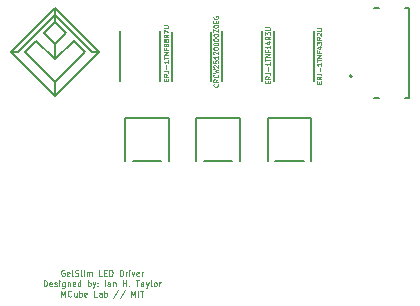
<source format=gbr>
G04 #@! TF.GenerationSoftware,KiCad,Pcbnew,(5.1.5)-3*
G04 #@! TF.CreationDate,2021-03-15T13:52:55-04:00*
G04 #@! TF.ProjectId,GelSight-Micro HDMI V2.3-INTERIM,47656c53-6967-4687-942d-4d6963726f20,rev?*
G04 #@! TF.SameCoordinates,Original*
G04 #@! TF.FileFunction,Legend,Top*
G04 #@! TF.FilePolarity,Positive*
%FSLAX46Y46*%
G04 Gerber Fmt 4.6, Leading zero omitted, Abs format (unit mm)*
G04 Created by KiCad (PCBNEW (5.1.5)-3) date 2021-03-15 13:52:55*
%MOMM*%
%LPD*%
G04 APERTURE LIST*
%ADD10C,0.125000*%
%ADD11C,0.140625*%
%ADD12C,0.127000*%
%ADD13C,0.200000*%
%ADD14C,0.015000*%
%ADD15C,0.050000*%
G04 APERTURE END LIST*
D10*
X137702528Y-103180100D02*
X137654909Y-103156290D01*
X137583480Y-103156290D01*
X137512052Y-103180100D01*
X137464433Y-103227719D01*
X137440623Y-103275338D01*
X137416814Y-103370576D01*
X137416814Y-103442004D01*
X137440623Y-103537242D01*
X137464433Y-103584861D01*
X137512052Y-103632480D01*
X137583480Y-103656290D01*
X137631100Y-103656290D01*
X137702528Y-103632480D01*
X137726338Y-103608671D01*
X137726338Y-103442004D01*
X137631100Y-103442004D01*
X138131100Y-103632480D02*
X138083480Y-103656290D01*
X137988242Y-103656290D01*
X137940623Y-103632480D01*
X137916814Y-103584861D01*
X137916814Y-103394385D01*
X137940623Y-103346766D01*
X137988242Y-103322957D01*
X138083480Y-103322957D01*
X138131100Y-103346766D01*
X138154909Y-103394385D01*
X138154909Y-103442004D01*
X137916814Y-103489623D01*
X138440623Y-103656290D02*
X138393004Y-103632480D01*
X138369195Y-103584861D01*
X138369195Y-103156290D01*
X138607290Y-103632480D02*
X138678719Y-103656290D01*
X138797766Y-103656290D01*
X138845385Y-103632480D01*
X138869195Y-103608671D01*
X138893004Y-103561052D01*
X138893004Y-103513433D01*
X138869195Y-103465814D01*
X138845385Y-103442004D01*
X138797766Y-103418195D01*
X138702528Y-103394385D01*
X138654909Y-103370576D01*
X138631100Y-103346766D01*
X138607290Y-103299147D01*
X138607290Y-103251528D01*
X138631100Y-103203909D01*
X138654909Y-103180100D01*
X138702528Y-103156290D01*
X138821576Y-103156290D01*
X138893004Y-103180100D01*
X139178719Y-103656290D02*
X139131100Y-103632480D01*
X139107290Y-103584861D01*
X139107290Y-103156290D01*
X139369195Y-103656290D02*
X139369195Y-103322957D01*
X139369195Y-103156290D02*
X139345385Y-103180100D01*
X139369195Y-103203909D01*
X139393004Y-103180100D01*
X139369195Y-103156290D01*
X139369195Y-103203909D01*
X139607290Y-103656290D02*
X139607290Y-103322957D01*
X139607290Y-103370576D02*
X139631100Y-103346766D01*
X139678719Y-103322957D01*
X139750147Y-103322957D01*
X139797766Y-103346766D01*
X139821576Y-103394385D01*
X139821576Y-103656290D01*
X139821576Y-103394385D02*
X139845385Y-103346766D01*
X139893004Y-103322957D01*
X139964433Y-103322957D01*
X140012052Y-103346766D01*
X140035861Y-103394385D01*
X140035861Y-103656290D01*
X140893004Y-103656290D02*
X140654909Y-103656290D01*
X140654909Y-103156290D01*
X141059671Y-103394385D02*
X141226338Y-103394385D01*
X141297766Y-103656290D02*
X141059671Y-103656290D01*
X141059671Y-103156290D01*
X141297766Y-103156290D01*
X141512052Y-103656290D02*
X141512052Y-103156290D01*
X141631100Y-103156290D01*
X141702528Y-103180100D01*
X141750147Y-103227719D01*
X141773957Y-103275338D01*
X141797766Y-103370576D01*
X141797766Y-103442004D01*
X141773957Y-103537242D01*
X141750147Y-103584861D01*
X141702528Y-103632480D01*
X141631100Y-103656290D01*
X141512052Y-103656290D01*
X142393004Y-103656290D02*
X142393004Y-103156290D01*
X142512052Y-103156290D01*
X142583480Y-103180100D01*
X142631100Y-103227719D01*
X142654909Y-103275338D01*
X142678719Y-103370576D01*
X142678719Y-103442004D01*
X142654909Y-103537242D01*
X142631100Y-103584861D01*
X142583480Y-103632480D01*
X142512052Y-103656290D01*
X142393004Y-103656290D01*
X142893004Y-103656290D02*
X142893004Y-103322957D01*
X142893004Y-103418195D02*
X142916814Y-103370576D01*
X142940623Y-103346766D01*
X142988242Y-103322957D01*
X143035861Y-103322957D01*
X143202528Y-103656290D02*
X143202528Y-103322957D01*
X143202528Y-103156290D02*
X143178719Y-103180100D01*
X143202528Y-103203909D01*
X143226338Y-103180100D01*
X143202528Y-103156290D01*
X143202528Y-103203909D01*
X143393004Y-103322957D02*
X143512052Y-103656290D01*
X143631100Y-103322957D01*
X144012052Y-103632480D02*
X143964433Y-103656290D01*
X143869195Y-103656290D01*
X143821576Y-103632480D01*
X143797766Y-103584861D01*
X143797766Y-103394385D01*
X143821576Y-103346766D01*
X143869195Y-103322957D01*
X143964433Y-103322957D01*
X144012052Y-103346766D01*
X144035861Y-103394385D01*
X144035861Y-103442004D01*
X143797766Y-103489623D01*
X144250147Y-103656290D02*
X144250147Y-103322957D01*
X144250147Y-103418195D02*
X144273957Y-103370576D01*
X144297766Y-103346766D01*
X144345385Y-103322957D01*
X144393004Y-103322957D01*
X135952528Y-104531290D02*
X135952528Y-104031290D01*
X136071576Y-104031290D01*
X136143004Y-104055100D01*
X136190623Y-104102719D01*
X136214433Y-104150338D01*
X136238242Y-104245576D01*
X136238242Y-104317004D01*
X136214433Y-104412242D01*
X136190623Y-104459861D01*
X136143004Y-104507480D01*
X136071576Y-104531290D01*
X135952528Y-104531290D01*
X136643004Y-104507480D02*
X136595385Y-104531290D01*
X136500147Y-104531290D01*
X136452528Y-104507480D01*
X136428719Y-104459861D01*
X136428719Y-104269385D01*
X136452528Y-104221766D01*
X136500147Y-104197957D01*
X136595385Y-104197957D01*
X136643004Y-104221766D01*
X136666814Y-104269385D01*
X136666814Y-104317004D01*
X136428719Y-104364623D01*
X136857290Y-104507480D02*
X136904909Y-104531290D01*
X137000147Y-104531290D01*
X137047766Y-104507480D01*
X137071576Y-104459861D01*
X137071576Y-104436052D01*
X137047766Y-104388433D01*
X137000147Y-104364623D01*
X136928719Y-104364623D01*
X136881100Y-104340814D01*
X136857290Y-104293195D01*
X136857290Y-104269385D01*
X136881100Y-104221766D01*
X136928719Y-104197957D01*
X137000147Y-104197957D01*
X137047766Y-104221766D01*
X137285861Y-104531290D02*
X137285861Y-104197957D01*
X137285861Y-104031290D02*
X137262052Y-104055100D01*
X137285861Y-104078909D01*
X137309671Y-104055100D01*
X137285861Y-104031290D01*
X137285861Y-104078909D01*
X137738242Y-104197957D02*
X137738242Y-104602719D01*
X137714433Y-104650338D01*
X137690623Y-104674147D01*
X137643004Y-104697957D01*
X137571576Y-104697957D01*
X137523957Y-104674147D01*
X137738242Y-104507480D02*
X137690623Y-104531290D01*
X137595385Y-104531290D01*
X137547766Y-104507480D01*
X137523957Y-104483671D01*
X137500147Y-104436052D01*
X137500147Y-104293195D01*
X137523957Y-104245576D01*
X137547766Y-104221766D01*
X137595385Y-104197957D01*
X137690623Y-104197957D01*
X137738242Y-104221766D01*
X137976338Y-104197957D02*
X137976338Y-104531290D01*
X137976338Y-104245576D02*
X138000147Y-104221766D01*
X138047766Y-104197957D01*
X138119195Y-104197957D01*
X138166814Y-104221766D01*
X138190623Y-104269385D01*
X138190623Y-104531290D01*
X138619195Y-104507480D02*
X138571576Y-104531290D01*
X138476338Y-104531290D01*
X138428719Y-104507480D01*
X138404909Y-104459861D01*
X138404909Y-104269385D01*
X138428719Y-104221766D01*
X138476338Y-104197957D01*
X138571576Y-104197957D01*
X138619195Y-104221766D01*
X138643004Y-104269385D01*
X138643004Y-104317004D01*
X138404909Y-104364623D01*
X139071576Y-104531290D02*
X139071576Y-104031290D01*
X139071576Y-104507480D02*
X139023957Y-104531290D01*
X138928719Y-104531290D01*
X138881100Y-104507480D01*
X138857290Y-104483671D01*
X138833480Y-104436052D01*
X138833480Y-104293195D01*
X138857290Y-104245576D01*
X138881100Y-104221766D01*
X138928719Y-104197957D01*
X139023957Y-104197957D01*
X139071576Y-104221766D01*
X139690623Y-104531290D02*
X139690623Y-104031290D01*
X139690623Y-104221766D02*
X139738242Y-104197957D01*
X139833480Y-104197957D01*
X139881100Y-104221766D01*
X139904909Y-104245576D01*
X139928719Y-104293195D01*
X139928719Y-104436052D01*
X139904909Y-104483671D01*
X139881100Y-104507480D01*
X139833480Y-104531290D01*
X139738242Y-104531290D01*
X139690623Y-104507480D01*
X140095385Y-104197957D02*
X140214433Y-104531290D01*
X140333480Y-104197957D02*
X140214433Y-104531290D01*
X140166814Y-104650338D01*
X140143004Y-104674147D01*
X140095385Y-104697957D01*
X140523957Y-104483671D02*
X140547766Y-104507480D01*
X140523957Y-104531290D01*
X140500147Y-104507480D01*
X140523957Y-104483671D01*
X140523957Y-104531290D01*
X140523957Y-104221766D02*
X140547766Y-104245576D01*
X140523957Y-104269385D01*
X140500147Y-104245576D01*
X140523957Y-104221766D01*
X140523957Y-104269385D01*
X141143004Y-104531290D02*
X141143004Y-104031290D01*
X141595385Y-104531290D02*
X141595385Y-104269385D01*
X141571576Y-104221766D01*
X141523957Y-104197957D01*
X141428719Y-104197957D01*
X141381100Y-104221766D01*
X141595385Y-104507480D02*
X141547766Y-104531290D01*
X141428719Y-104531290D01*
X141381100Y-104507480D01*
X141357290Y-104459861D01*
X141357290Y-104412242D01*
X141381100Y-104364623D01*
X141428719Y-104340814D01*
X141547766Y-104340814D01*
X141595385Y-104317004D01*
X141833480Y-104197957D02*
X141833480Y-104531290D01*
X141833480Y-104245576D02*
X141857290Y-104221766D01*
X141904909Y-104197957D01*
X141976338Y-104197957D01*
X142023957Y-104221766D01*
X142047766Y-104269385D01*
X142047766Y-104531290D01*
X142666814Y-104531290D02*
X142666814Y-104031290D01*
X142666814Y-104269385D02*
X142952528Y-104269385D01*
X142952528Y-104531290D02*
X142952528Y-104031290D01*
X143190623Y-104483671D02*
X143214433Y-104507480D01*
X143190623Y-104531290D01*
X143166814Y-104507480D01*
X143190623Y-104483671D01*
X143190623Y-104531290D01*
X143738242Y-104031290D02*
X144023957Y-104031290D01*
X143881100Y-104531290D02*
X143881100Y-104031290D01*
X144404909Y-104531290D02*
X144404909Y-104269385D01*
X144381100Y-104221766D01*
X144333480Y-104197957D01*
X144238242Y-104197957D01*
X144190623Y-104221766D01*
X144404909Y-104507480D02*
X144357290Y-104531290D01*
X144238242Y-104531290D01*
X144190623Y-104507480D01*
X144166814Y-104459861D01*
X144166814Y-104412242D01*
X144190623Y-104364623D01*
X144238242Y-104340814D01*
X144357290Y-104340814D01*
X144404909Y-104317004D01*
X144595385Y-104197957D02*
X144714433Y-104531290D01*
X144833480Y-104197957D02*
X144714433Y-104531290D01*
X144666814Y-104650338D01*
X144643004Y-104674147D01*
X144595385Y-104697957D01*
X145095385Y-104531290D02*
X145047766Y-104507480D01*
X145023957Y-104459861D01*
X145023957Y-104031290D01*
X145357290Y-104531290D02*
X145309671Y-104507480D01*
X145285861Y-104483671D01*
X145262052Y-104436052D01*
X145262052Y-104293195D01*
X145285861Y-104245576D01*
X145309671Y-104221766D01*
X145357290Y-104197957D01*
X145428719Y-104197957D01*
X145476338Y-104221766D01*
X145500147Y-104245576D01*
X145523957Y-104293195D01*
X145523957Y-104436052D01*
X145500147Y-104483671D01*
X145476338Y-104507480D01*
X145428719Y-104531290D01*
X145357290Y-104531290D01*
X145738242Y-104531290D02*
X145738242Y-104197957D01*
X145738242Y-104293195D02*
X145762052Y-104245576D01*
X145785861Y-104221766D01*
X145833480Y-104197957D01*
X145881100Y-104197957D01*
X137452528Y-105406290D02*
X137452528Y-104906290D01*
X137619195Y-105263433D01*
X137785861Y-104906290D01*
X137785861Y-105406290D01*
X138309671Y-105358671D02*
X138285861Y-105382480D01*
X138214433Y-105406290D01*
X138166814Y-105406290D01*
X138095385Y-105382480D01*
X138047766Y-105334861D01*
X138023957Y-105287242D01*
X138000147Y-105192004D01*
X138000147Y-105120576D01*
X138023957Y-105025338D01*
X138047766Y-104977719D01*
X138095385Y-104930100D01*
X138166814Y-104906290D01*
X138214433Y-104906290D01*
X138285861Y-104930100D01*
X138309671Y-104953909D01*
X138738242Y-105072957D02*
X138738242Y-105406290D01*
X138523957Y-105072957D02*
X138523957Y-105334861D01*
X138547766Y-105382480D01*
X138595385Y-105406290D01*
X138666814Y-105406290D01*
X138714433Y-105382480D01*
X138738242Y-105358671D01*
X138976338Y-105406290D02*
X138976338Y-104906290D01*
X138976338Y-105096766D02*
X139023957Y-105072957D01*
X139119195Y-105072957D01*
X139166814Y-105096766D01*
X139190623Y-105120576D01*
X139214433Y-105168195D01*
X139214433Y-105311052D01*
X139190623Y-105358671D01*
X139166814Y-105382480D01*
X139119195Y-105406290D01*
X139023957Y-105406290D01*
X138976338Y-105382480D01*
X139619195Y-105382480D02*
X139571576Y-105406290D01*
X139476338Y-105406290D01*
X139428719Y-105382480D01*
X139404909Y-105334861D01*
X139404909Y-105144385D01*
X139428719Y-105096766D01*
X139476338Y-105072957D01*
X139571576Y-105072957D01*
X139619195Y-105096766D01*
X139643004Y-105144385D01*
X139643004Y-105192004D01*
X139404909Y-105239623D01*
X140476338Y-105406290D02*
X140238242Y-105406290D01*
X140238242Y-104906290D01*
X140857290Y-105406290D02*
X140857290Y-105144385D01*
X140833480Y-105096766D01*
X140785861Y-105072957D01*
X140690623Y-105072957D01*
X140643004Y-105096766D01*
X140857290Y-105382480D02*
X140809671Y-105406290D01*
X140690623Y-105406290D01*
X140643004Y-105382480D01*
X140619195Y-105334861D01*
X140619195Y-105287242D01*
X140643004Y-105239623D01*
X140690623Y-105215814D01*
X140809671Y-105215814D01*
X140857290Y-105192004D01*
X141095385Y-105406290D02*
X141095385Y-104906290D01*
X141095385Y-105096766D02*
X141143004Y-105072957D01*
X141238242Y-105072957D01*
X141285861Y-105096766D01*
X141309671Y-105120576D01*
X141333480Y-105168195D01*
X141333480Y-105311052D01*
X141309671Y-105358671D01*
X141285861Y-105382480D01*
X141238242Y-105406290D01*
X141143004Y-105406290D01*
X141095385Y-105382480D01*
X142285861Y-104882480D02*
X141857290Y-105525338D01*
X142809671Y-104882480D02*
X142381100Y-105525338D01*
X143357290Y-105406290D02*
X143357290Y-104906290D01*
X143523957Y-105263433D01*
X143690623Y-104906290D01*
X143690623Y-105406290D01*
X143928719Y-105406290D02*
X143928719Y-104906290D01*
X144095385Y-104906290D02*
X144381100Y-104906290D01*
X144238242Y-105406290D02*
X144238242Y-104906290D01*
D11*
X138517525Y-83738140D02*
X139473780Y-84692112D01*
X136923779Y-88436024D02*
X140673780Y-84692112D01*
X136923779Y-81548200D02*
X133773780Y-84692112D01*
X136923780Y-82148200D02*
X135986068Y-83083673D01*
X136923780Y-87242112D02*
X136923780Y-88436024D01*
X136923780Y-80948200D02*
X136923780Y-82148200D01*
X136923779Y-81548200D02*
X140073779Y-84692112D01*
X136923779Y-80948200D02*
X133173780Y-84692112D01*
X140673780Y-84692112D02*
X140073779Y-84692112D01*
X136923780Y-87242112D02*
X139473780Y-84692112D01*
X135330034Y-83738140D02*
X134373779Y-84692112D01*
X136923779Y-85335700D02*
X138517525Y-83738140D01*
X136923780Y-85335700D02*
X135330034Y-83738140D01*
X134373780Y-84692112D02*
X136923780Y-87242112D01*
X136923780Y-84023200D02*
X136923780Y-85335700D01*
X136923780Y-82148200D02*
X137861277Y-83083459D01*
X136923779Y-88436024D02*
X133173780Y-84692112D01*
X133773780Y-84692112D02*
X133173780Y-84692112D01*
X136923780Y-84023200D02*
X135986068Y-83083673D01*
X136923779Y-80948200D02*
X140673780Y-84692112D01*
X136923780Y-84023200D02*
X137861277Y-83083459D01*
D12*
X143516500Y-93905600D02*
X145916500Y-93905600D01*
X146566500Y-90305600D02*
X146566500Y-93905600D01*
X142866500Y-90305600D02*
X146566500Y-90305600D01*
X142866500Y-93905600D02*
X142866500Y-90305600D01*
X149536300Y-93905600D02*
X151936300Y-93905600D01*
X152586300Y-90305600D02*
X152586300Y-93905600D01*
X148886300Y-90305600D02*
X152586300Y-90305600D01*
X148886300Y-93905600D02*
X148886300Y-90305600D01*
X155556100Y-93905600D02*
X157956100Y-93905600D01*
X158606100Y-90305600D02*
X158606100Y-93905600D01*
X154906100Y-90305600D02*
X158606100Y-90305600D01*
X154906100Y-93905600D02*
X154906100Y-90305600D01*
D13*
X162055600Y-86753600D02*
G75*
G03X162055600Y-86753600I-100000J0D01*
G01*
D12*
X166905600Y-88553600D02*
X166905600Y-80953600D01*
X163955600Y-88553600D02*
X164355600Y-88553600D01*
X164355600Y-80953600D02*
X163955600Y-80953600D01*
X166555600Y-88553600D02*
X166855600Y-88553600D01*
X166555600Y-80953600D02*
X166855600Y-80953600D01*
X158824400Y-82917800D02*
X158824400Y-87117800D01*
X155424400Y-82917800D02*
X155424400Y-87117800D01*
X142426375Y-87117800D02*
X142426375Y-82917800D01*
X145826375Y-87117800D02*
X145826375Y-82917800D01*
X146793050Y-87117800D02*
X146793050Y-83017800D01*
X150093050Y-87117800D02*
X150093050Y-83017800D01*
X151059725Y-87117800D02*
X151059725Y-82917800D01*
X154459725Y-87117800D02*
X154459725Y-82917800D01*
D14*
D15*
X159262898Y-87384412D02*
X159262898Y-87253178D01*
X159469122Y-87196935D02*
X159469122Y-87384412D01*
X159075421Y-87384412D01*
X159075421Y-87196935D01*
X159469122Y-86803234D02*
X159281646Y-86934468D01*
X159469122Y-87028206D02*
X159075421Y-87028206D01*
X159075421Y-86878225D01*
X159094169Y-86840729D01*
X159112917Y-86821982D01*
X159150412Y-86803234D01*
X159206655Y-86803234D01*
X159244150Y-86821982D01*
X159262898Y-86840729D01*
X159281646Y-86878225D01*
X159281646Y-87028206D01*
X159075421Y-86522019D02*
X159356636Y-86522019D01*
X159412879Y-86540767D01*
X159450375Y-86578262D01*
X159469122Y-86634505D01*
X159469122Y-86672000D01*
X159319141Y-86334542D02*
X159319141Y-86034580D01*
X159469122Y-85640879D02*
X159469122Y-85865851D01*
X159469122Y-85753365D02*
X159075421Y-85753365D01*
X159131664Y-85790860D01*
X159169160Y-85828355D01*
X159187907Y-85865851D01*
X159075421Y-85528393D02*
X159075421Y-85303421D01*
X159469122Y-85415907D02*
X159075421Y-85415907D01*
X159469122Y-85172187D02*
X159075421Y-85172187D01*
X159469122Y-84947215D01*
X159075421Y-84947215D01*
X159262898Y-84628505D02*
X159262898Y-84759738D01*
X159469122Y-84759738D02*
X159075421Y-84759738D01*
X159075421Y-84572262D01*
X159206655Y-84253551D02*
X159469122Y-84253551D01*
X159056674Y-84347290D02*
X159337889Y-84441028D01*
X159337889Y-84197308D01*
X159075421Y-84084822D02*
X159075421Y-83841103D01*
X159225403Y-83972336D01*
X159225403Y-83916093D01*
X159244150Y-83878598D01*
X159262898Y-83859850D01*
X159300393Y-83841103D01*
X159394132Y-83841103D01*
X159431627Y-83859850D01*
X159450375Y-83878598D01*
X159469122Y-83916093D01*
X159469122Y-84028579D01*
X159450375Y-84066075D01*
X159431627Y-84084822D01*
X159469122Y-83447402D02*
X159281646Y-83578635D01*
X159469122Y-83672374D02*
X159075421Y-83672374D01*
X159075421Y-83522392D01*
X159094169Y-83484897D01*
X159112917Y-83466149D01*
X159150412Y-83447402D01*
X159206655Y-83447402D01*
X159244150Y-83466149D01*
X159262898Y-83484897D01*
X159281646Y-83522392D01*
X159281646Y-83672374D01*
X159112917Y-83297420D02*
X159094169Y-83278673D01*
X159075421Y-83241177D01*
X159075421Y-83147439D01*
X159094169Y-83109944D01*
X159112917Y-83091196D01*
X159150412Y-83072448D01*
X159187907Y-83072448D01*
X159244150Y-83091196D01*
X159469122Y-83316168D01*
X159469122Y-83072448D01*
X159075421Y-82903719D02*
X159394132Y-82903719D01*
X159431627Y-82884972D01*
X159450375Y-82866224D01*
X159469122Y-82828729D01*
X159469122Y-82753738D01*
X159450375Y-82716243D01*
X159431627Y-82697495D01*
X159394132Y-82678747D01*
X159075421Y-82678747D01*
X146288578Y-87158473D02*
X146288578Y-87027239D01*
X146494802Y-86970996D02*
X146494802Y-87158473D01*
X146101101Y-87158473D01*
X146101101Y-86970996D01*
X146494802Y-86577295D02*
X146307326Y-86708529D01*
X146494802Y-86802267D02*
X146101101Y-86802267D01*
X146101101Y-86652286D01*
X146119849Y-86614791D01*
X146138597Y-86596043D01*
X146176092Y-86577295D01*
X146232335Y-86577295D01*
X146269830Y-86596043D01*
X146288578Y-86614791D01*
X146307326Y-86652286D01*
X146307326Y-86802267D01*
X146101101Y-86296080D02*
X146382316Y-86296080D01*
X146438559Y-86314828D01*
X146476055Y-86352323D01*
X146494802Y-86408566D01*
X146494802Y-86446062D01*
X146344821Y-86108604D02*
X146344821Y-85808641D01*
X146494802Y-85414940D02*
X146494802Y-85639912D01*
X146494802Y-85527426D02*
X146101101Y-85527426D01*
X146157344Y-85564921D01*
X146194840Y-85602417D01*
X146213587Y-85639912D01*
X146101101Y-85302454D02*
X146101101Y-85077482D01*
X146494802Y-85189968D02*
X146101101Y-85189968D01*
X146494802Y-84946248D02*
X146101101Y-84946248D01*
X146494802Y-84721276D01*
X146101101Y-84721276D01*
X146288578Y-84402566D02*
X146288578Y-84533800D01*
X146494802Y-84533800D02*
X146101101Y-84533800D01*
X146101101Y-84346323D01*
X146269830Y-84140099D02*
X146251083Y-84177594D01*
X146232335Y-84196342D01*
X146194840Y-84215089D01*
X146176092Y-84215089D01*
X146138597Y-84196342D01*
X146119849Y-84177594D01*
X146101101Y-84140099D01*
X146101101Y-84065108D01*
X146119849Y-84027613D01*
X146138597Y-84008865D01*
X146176092Y-83990117D01*
X146194840Y-83990117D01*
X146232335Y-84008865D01*
X146251083Y-84027613D01*
X146269830Y-84065108D01*
X146269830Y-84140099D01*
X146288578Y-84177594D01*
X146307326Y-84196342D01*
X146344821Y-84215089D01*
X146419812Y-84215089D01*
X146457307Y-84196342D01*
X146476055Y-84177594D01*
X146494802Y-84140099D01*
X146494802Y-84065108D01*
X146476055Y-84027613D01*
X146457307Y-84008865D01*
X146419812Y-83990117D01*
X146344821Y-83990117D01*
X146307326Y-84008865D01*
X146288578Y-84027613D01*
X146269830Y-84065108D01*
X146269830Y-83765145D02*
X146251083Y-83802641D01*
X146232335Y-83821388D01*
X146194840Y-83840136D01*
X146176092Y-83840136D01*
X146138597Y-83821388D01*
X146119849Y-83802641D01*
X146101101Y-83765145D01*
X146101101Y-83690155D01*
X146119849Y-83652659D01*
X146138597Y-83633912D01*
X146176092Y-83615164D01*
X146194840Y-83615164D01*
X146232335Y-83633912D01*
X146251083Y-83652659D01*
X146269830Y-83690155D01*
X146269830Y-83765145D01*
X146288578Y-83802641D01*
X146307326Y-83821388D01*
X146344821Y-83840136D01*
X146419812Y-83840136D01*
X146457307Y-83821388D01*
X146476055Y-83802641D01*
X146494802Y-83765145D01*
X146494802Y-83690155D01*
X146476055Y-83652659D01*
X146457307Y-83633912D01*
X146419812Y-83615164D01*
X146344821Y-83615164D01*
X146307326Y-83633912D01*
X146288578Y-83652659D01*
X146269830Y-83690155D01*
X146494802Y-83221463D02*
X146307326Y-83352697D01*
X146494802Y-83446435D02*
X146101101Y-83446435D01*
X146101101Y-83296454D01*
X146119849Y-83258958D01*
X146138597Y-83240211D01*
X146176092Y-83221463D01*
X146232335Y-83221463D01*
X146269830Y-83240211D01*
X146288578Y-83258958D01*
X146307326Y-83296454D01*
X146307326Y-83446435D01*
X146101101Y-83090229D02*
X146101101Y-82827762D01*
X146494802Y-82996491D01*
X146101101Y-82677781D02*
X146419812Y-82677781D01*
X146457307Y-82659033D01*
X146476055Y-82640285D01*
X146494802Y-82602790D01*
X146494802Y-82527799D01*
X146476055Y-82490304D01*
X146457307Y-82471556D01*
X146419812Y-82452809D01*
X146101101Y-82452809D01*
X150681327Y-87402193D02*
X150700075Y-87420940D01*
X150718822Y-87477183D01*
X150718822Y-87514679D01*
X150700075Y-87570922D01*
X150662579Y-87608417D01*
X150625084Y-87627165D01*
X150550093Y-87645912D01*
X150493850Y-87645912D01*
X150418860Y-87627165D01*
X150381364Y-87608417D01*
X150343869Y-87570922D01*
X150325121Y-87514679D01*
X150325121Y-87477183D01*
X150343869Y-87420940D01*
X150362617Y-87402193D01*
X150718822Y-87008492D02*
X150531346Y-87139725D01*
X150718822Y-87233464D02*
X150325121Y-87233464D01*
X150325121Y-87083482D01*
X150343869Y-87045987D01*
X150362617Y-87027239D01*
X150400112Y-87008492D01*
X150456355Y-87008492D01*
X150493850Y-87027239D01*
X150512598Y-87045987D01*
X150531346Y-87083482D01*
X150531346Y-87233464D01*
X150681327Y-86614791D02*
X150700075Y-86633538D01*
X150718822Y-86689781D01*
X150718822Y-86727277D01*
X150700075Y-86783520D01*
X150662579Y-86821015D01*
X150625084Y-86839763D01*
X150550093Y-86858510D01*
X150493850Y-86858510D01*
X150418860Y-86839763D01*
X150381364Y-86821015D01*
X150343869Y-86783520D01*
X150325121Y-86727277D01*
X150325121Y-86689781D01*
X150343869Y-86633538D01*
X150362617Y-86614791D01*
X150325121Y-86483557D02*
X150718822Y-86389819D01*
X150437607Y-86314828D01*
X150718822Y-86239837D01*
X150325121Y-86146099D01*
X150362617Y-86014865D02*
X150343869Y-85996118D01*
X150325121Y-85958622D01*
X150325121Y-85864884D01*
X150343869Y-85827389D01*
X150362617Y-85808641D01*
X150400112Y-85789893D01*
X150437607Y-85789893D01*
X150493850Y-85808641D01*
X150718822Y-86033613D01*
X150718822Y-85789893D01*
X150325121Y-85433688D02*
X150325121Y-85621164D01*
X150512598Y-85639912D01*
X150493850Y-85621164D01*
X150475103Y-85583669D01*
X150475103Y-85489931D01*
X150493850Y-85452435D01*
X150512598Y-85433688D01*
X150550093Y-85414940D01*
X150643832Y-85414940D01*
X150681327Y-85433688D01*
X150700075Y-85452435D01*
X150718822Y-85489931D01*
X150718822Y-85583669D01*
X150700075Y-85621164D01*
X150681327Y-85639912D01*
X150718822Y-85039987D02*
X150718822Y-85264959D01*
X150718822Y-85152473D02*
X150325121Y-85152473D01*
X150381364Y-85189968D01*
X150418860Y-85227463D01*
X150437607Y-85264959D01*
X150362617Y-84890005D02*
X150343869Y-84871258D01*
X150325121Y-84833762D01*
X150325121Y-84740024D01*
X150343869Y-84702529D01*
X150362617Y-84683781D01*
X150400112Y-84665033D01*
X150437607Y-84665033D01*
X150493850Y-84683781D01*
X150718822Y-84908753D01*
X150718822Y-84665033D01*
X150325121Y-84421314D02*
X150325121Y-84383818D01*
X150343869Y-84346323D01*
X150362617Y-84327575D01*
X150400112Y-84308828D01*
X150475103Y-84290080D01*
X150568841Y-84290080D01*
X150643832Y-84308828D01*
X150681327Y-84327575D01*
X150700075Y-84346323D01*
X150718822Y-84383818D01*
X150718822Y-84421314D01*
X150700075Y-84458809D01*
X150681327Y-84477557D01*
X150643832Y-84496304D01*
X150568841Y-84515052D01*
X150475103Y-84515052D01*
X150400112Y-84496304D01*
X150362617Y-84477557D01*
X150343869Y-84458809D01*
X150325121Y-84421314D01*
X150325121Y-84046360D02*
X150325121Y-84008865D01*
X150343869Y-83971370D01*
X150362617Y-83952622D01*
X150400112Y-83933874D01*
X150475103Y-83915127D01*
X150568841Y-83915127D01*
X150643832Y-83933874D01*
X150681327Y-83952622D01*
X150700075Y-83971370D01*
X150718822Y-84008865D01*
X150718822Y-84046360D01*
X150700075Y-84083856D01*
X150681327Y-84102603D01*
X150643832Y-84121351D01*
X150568841Y-84140099D01*
X150475103Y-84140099D01*
X150400112Y-84121351D01*
X150362617Y-84102603D01*
X150343869Y-84083856D01*
X150325121Y-84046360D01*
X150325121Y-83671407D02*
X150325121Y-83633912D01*
X150343869Y-83596416D01*
X150362617Y-83577669D01*
X150400112Y-83558921D01*
X150475103Y-83540173D01*
X150568841Y-83540173D01*
X150643832Y-83558921D01*
X150681327Y-83577669D01*
X150700075Y-83596416D01*
X150718822Y-83633912D01*
X150718822Y-83671407D01*
X150700075Y-83708902D01*
X150681327Y-83727650D01*
X150643832Y-83746398D01*
X150568841Y-83765145D01*
X150475103Y-83765145D01*
X150400112Y-83746398D01*
X150362617Y-83727650D01*
X150343869Y-83708902D01*
X150325121Y-83671407D01*
X150325121Y-83296454D02*
X150325121Y-83258958D01*
X150343869Y-83221463D01*
X150362617Y-83202715D01*
X150400112Y-83183968D01*
X150475103Y-83165220D01*
X150568841Y-83165220D01*
X150643832Y-83183968D01*
X150681327Y-83202715D01*
X150700075Y-83221463D01*
X150718822Y-83258958D01*
X150718822Y-83296454D01*
X150700075Y-83333949D01*
X150681327Y-83352697D01*
X150643832Y-83371444D01*
X150568841Y-83390192D01*
X150475103Y-83390192D01*
X150400112Y-83371444D01*
X150362617Y-83352697D01*
X150343869Y-83333949D01*
X150325121Y-83296454D01*
X150325121Y-83033986D02*
X150325121Y-82771519D01*
X150718822Y-83033986D01*
X150718822Y-82771519D01*
X150325121Y-82546547D02*
X150325121Y-82509052D01*
X150343869Y-82471556D01*
X150362617Y-82452809D01*
X150400112Y-82434061D01*
X150475103Y-82415313D01*
X150568841Y-82415313D01*
X150643832Y-82434061D01*
X150681327Y-82452809D01*
X150700075Y-82471556D01*
X150718822Y-82509052D01*
X150718822Y-82546547D01*
X150700075Y-82584042D01*
X150681327Y-82602790D01*
X150643832Y-82621538D01*
X150568841Y-82640285D01*
X150475103Y-82640285D01*
X150400112Y-82621538D01*
X150362617Y-82602790D01*
X150343869Y-82584042D01*
X150325121Y-82546547D01*
X150512598Y-82246584D02*
X150512598Y-82115351D01*
X150718822Y-82059108D02*
X150718822Y-82246584D01*
X150325121Y-82246584D01*
X150325121Y-82059108D01*
X150343869Y-81684154D02*
X150325121Y-81721650D01*
X150325121Y-81777893D01*
X150343869Y-81834136D01*
X150381364Y-81871631D01*
X150418860Y-81890379D01*
X150493850Y-81909126D01*
X150550093Y-81909126D01*
X150625084Y-81890379D01*
X150662579Y-81871631D01*
X150700075Y-81834136D01*
X150718822Y-81777893D01*
X150718822Y-81740397D01*
X150700075Y-81684154D01*
X150681327Y-81665407D01*
X150550093Y-81665407D01*
X150550093Y-81740397D01*
X154916958Y-87325992D02*
X154916958Y-87194758D01*
X155123182Y-87138515D02*
X155123182Y-87325992D01*
X154729481Y-87325992D01*
X154729481Y-87138515D01*
X155123182Y-86744814D02*
X154935706Y-86876048D01*
X155123182Y-86969786D02*
X154729481Y-86969786D01*
X154729481Y-86819805D01*
X154748229Y-86782309D01*
X154766977Y-86763562D01*
X154804472Y-86744814D01*
X154860715Y-86744814D01*
X154898210Y-86763562D01*
X154916958Y-86782309D01*
X154935706Y-86819805D01*
X154935706Y-86969786D01*
X154729481Y-86463599D02*
X155010696Y-86463599D01*
X155066939Y-86482347D01*
X155104435Y-86519842D01*
X155123182Y-86576085D01*
X155123182Y-86613580D01*
X154973201Y-86276122D02*
X154973201Y-85976160D01*
X155123182Y-85582459D02*
X155123182Y-85807431D01*
X155123182Y-85694945D02*
X154729481Y-85694945D01*
X154785724Y-85732440D01*
X154823220Y-85769935D01*
X154841967Y-85807431D01*
X154729481Y-85469973D02*
X154729481Y-85245001D01*
X155123182Y-85357487D02*
X154729481Y-85357487D01*
X155123182Y-85113767D02*
X154729481Y-85113767D01*
X155123182Y-84888795D01*
X154729481Y-84888795D01*
X154916958Y-84570085D02*
X154916958Y-84701318D01*
X155123182Y-84701318D02*
X154729481Y-84701318D01*
X154729481Y-84513842D01*
X155123182Y-84157636D02*
X155123182Y-84382608D01*
X155123182Y-84270122D02*
X154729481Y-84270122D01*
X154785724Y-84307617D01*
X154823220Y-84345113D01*
X154841967Y-84382608D01*
X154860715Y-83820178D02*
X155123182Y-83820178D01*
X154710734Y-83913916D02*
X154991949Y-84007655D01*
X154991949Y-83763935D01*
X155123182Y-83388982D02*
X154935706Y-83520215D01*
X155123182Y-83613954D02*
X154729481Y-83613954D01*
X154729481Y-83463972D01*
X154748229Y-83426477D01*
X154766977Y-83407729D01*
X154804472Y-83388982D01*
X154860715Y-83388982D01*
X154898210Y-83407729D01*
X154916958Y-83426477D01*
X154935706Y-83463972D01*
X154935706Y-83613954D01*
X154729481Y-83257748D02*
X154729481Y-83014028D01*
X154879463Y-83145262D01*
X154879463Y-83089019D01*
X154898210Y-83051524D01*
X154916958Y-83032776D01*
X154954453Y-83014028D01*
X155048192Y-83014028D01*
X155085687Y-83032776D01*
X155104435Y-83051524D01*
X155123182Y-83089019D01*
X155123182Y-83201505D01*
X155104435Y-83239000D01*
X155085687Y-83257748D01*
X154729481Y-82845299D02*
X155048192Y-82845299D01*
X155085687Y-82826552D01*
X155104435Y-82807804D01*
X155123182Y-82770309D01*
X155123182Y-82695318D01*
X155104435Y-82657823D01*
X155085687Y-82639075D01*
X155048192Y-82620327D01*
X154729481Y-82620327D01*
M02*

</source>
